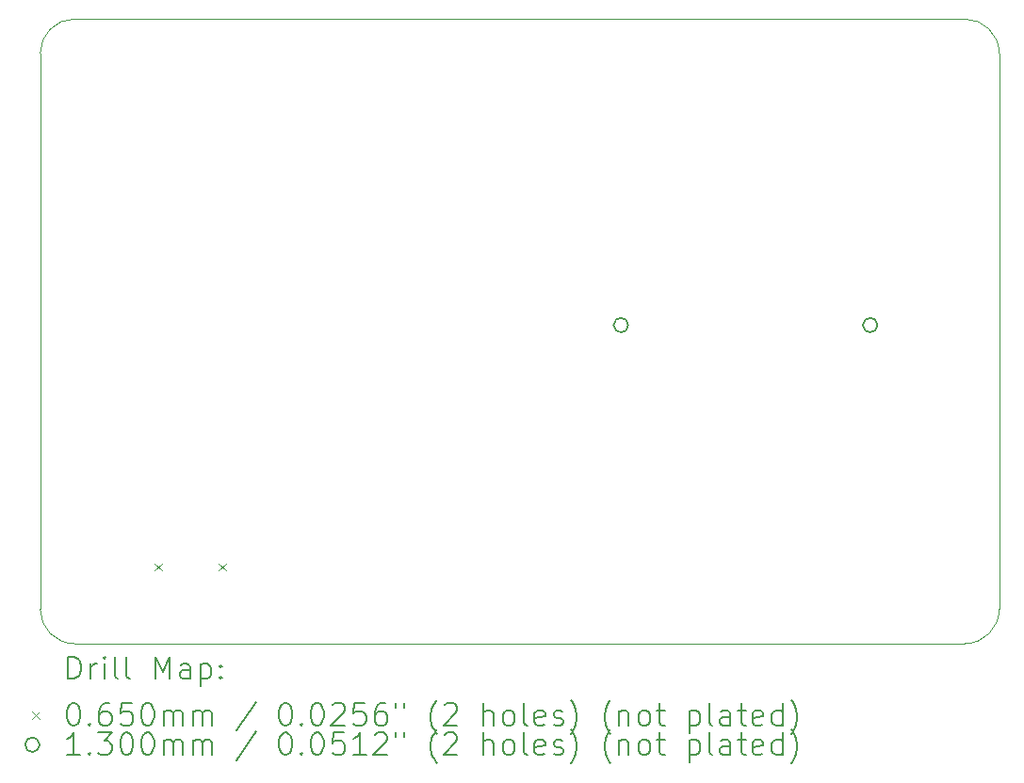
<source format=gbr>
%FSLAX45Y45*%
G04 Gerber Fmt 4.5, Leading zero omitted, Abs format (unit mm)*
G04 Created by KiCad (PCBNEW (6.0.6-0)) date 2023-04-01 16:22:32*
%MOMM*%
%LPD*%
G01*
G04 APERTURE LIST*
%TA.AperFunction,Profile*%
%ADD10C,0.100000*%
%TD*%
%ADD11C,0.200000*%
%ADD12C,0.065000*%
%ADD13C,0.130000*%
G04 APERTURE END LIST*
D10*
X24810000Y-5500000D02*
G75*
G03*
X24500000Y-5190000I-310000J0D01*
G01*
X24500000Y-10810000D02*
G75*
G03*
X24810000Y-10500000I0J310000D01*
G01*
X16500000Y-5190000D02*
G75*
G03*
X16190000Y-5500000I0J-310000D01*
G01*
X24810000Y-5500000D02*
X24810000Y-10500000D01*
X16190000Y-10500000D02*
X16190000Y-5500000D01*
X16500000Y-10810000D02*
X24500000Y-10810000D01*
X16500000Y-5190000D02*
X24500000Y-5190000D01*
X16190000Y-10500000D02*
G75*
G03*
X16500000Y-10810000I310000J0D01*
G01*
D11*
D12*
X17218500Y-10087500D02*
X17283500Y-10152500D01*
X17283500Y-10087500D02*
X17218500Y-10152500D01*
X17796500Y-10087500D02*
X17861500Y-10152500D01*
X17861500Y-10087500D02*
X17796500Y-10152500D01*
D13*
X21475000Y-7943750D02*
G75*
G03*
X21475000Y-7943750I-65000J0D01*
G01*
X23715000Y-7943750D02*
G75*
G03*
X23715000Y-7943750I-65000J0D01*
G01*
D11*
X16442619Y-11125476D02*
X16442619Y-10925476D01*
X16490238Y-10925476D01*
X16518809Y-10935000D01*
X16537857Y-10954048D01*
X16547381Y-10973095D01*
X16556905Y-11011190D01*
X16556905Y-11039762D01*
X16547381Y-11077857D01*
X16537857Y-11096905D01*
X16518809Y-11115952D01*
X16490238Y-11125476D01*
X16442619Y-11125476D01*
X16642619Y-11125476D02*
X16642619Y-10992143D01*
X16642619Y-11030238D02*
X16652143Y-11011190D01*
X16661667Y-11001667D01*
X16680714Y-10992143D01*
X16699762Y-10992143D01*
X16766428Y-11125476D02*
X16766428Y-10992143D01*
X16766428Y-10925476D02*
X16756905Y-10935000D01*
X16766428Y-10944524D01*
X16775952Y-10935000D01*
X16766428Y-10925476D01*
X16766428Y-10944524D01*
X16890238Y-11125476D02*
X16871190Y-11115952D01*
X16861667Y-11096905D01*
X16861667Y-10925476D01*
X16995000Y-11125476D02*
X16975952Y-11115952D01*
X16966429Y-11096905D01*
X16966429Y-10925476D01*
X17223571Y-11125476D02*
X17223571Y-10925476D01*
X17290238Y-11068333D01*
X17356905Y-10925476D01*
X17356905Y-11125476D01*
X17537857Y-11125476D02*
X17537857Y-11020714D01*
X17528333Y-11001667D01*
X17509286Y-10992143D01*
X17471190Y-10992143D01*
X17452143Y-11001667D01*
X17537857Y-11115952D02*
X17518810Y-11125476D01*
X17471190Y-11125476D01*
X17452143Y-11115952D01*
X17442619Y-11096905D01*
X17442619Y-11077857D01*
X17452143Y-11058810D01*
X17471190Y-11049286D01*
X17518810Y-11049286D01*
X17537857Y-11039762D01*
X17633095Y-10992143D02*
X17633095Y-11192143D01*
X17633095Y-11001667D02*
X17652143Y-10992143D01*
X17690238Y-10992143D01*
X17709286Y-11001667D01*
X17718810Y-11011190D01*
X17728333Y-11030238D01*
X17728333Y-11087381D01*
X17718810Y-11106429D01*
X17709286Y-11115952D01*
X17690238Y-11125476D01*
X17652143Y-11125476D01*
X17633095Y-11115952D01*
X17814048Y-11106429D02*
X17823571Y-11115952D01*
X17814048Y-11125476D01*
X17804524Y-11115952D01*
X17814048Y-11106429D01*
X17814048Y-11125476D01*
X17814048Y-11001667D02*
X17823571Y-11011190D01*
X17814048Y-11020714D01*
X17804524Y-11011190D01*
X17814048Y-11001667D01*
X17814048Y-11020714D01*
D12*
X16120000Y-11422500D02*
X16185000Y-11487500D01*
X16185000Y-11422500D02*
X16120000Y-11487500D01*
D11*
X16480714Y-11345476D02*
X16499762Y-11345476D01*
X16518809Y-11355000D01*
X16528333Y-11364524D01*
X16537857Y-11383571D01*
X16547381Y-11421667D01*
X16547381Y-11469286D01*
X16537857Y-11507381D01*
X16528333Y-11526428D01*
X16518809Y-11535952D01*
X16499762Y-11545476D01*
X16480714Y-11545476D01*
X16461667Y-11535952D01*
X16452143Y-11526428D01*
X16442619Y-11507381D01*
X16433095Y-11469286D01*
X16433095Y-11421667D01*
X16442619Y-11383571D01*
X16452143Y-11364524D01*
X16461667Y-11355000D01*
X16480714Y-11345476D01*
X16633095Y-11526428D02*
X16642619Y-11535952D01*
X16633095Y-11545476D01*
X16623571Y-11535952D01*
X16633095Y-11526428D01*
X16633095Y-11545476D01*
X16814048Y-11345476D02*
X16775952Y-11345476D01*
X16756905Y-11355000D01*
X16747381Y-11364524D01*
X16728333Y-11393095D01*
X16718809Y-11431190D01*
X16718809Y-11507381D01*
X16728333Y-11526428D01*
X16737857Y-11535952D01*
X16756905Y-11545476D01*
X16795000Y-11545476D01*
X16814048Y-11535952D01*
X16823571Y-11526428D01*
X16833095Y-11507381D01*
X16833095Y-11459762D01*
X16823571Y-11440714D01*
X16814048Y-11431190D01*
X16795000Y-11421667D01*
X16756905Y-11421667D01*
X16737857Y-11431190D01*
X16728333Y-11440714D01*
X16718809Y-11459762D01*
X17014048Y-11345476D02*
X16918810Y-11345476D01*
X16909286Y-11440714D01*
X16918810Y-11431190D01*
X16937857Y-11421667D01*
X16985476Y-11421667D01*
X17004524Y-11431190D01*
X17014048Y-11440714D01*
X17023571Y-11459762D01*
X17023571Y-11507381D01*
X17014048Y-11526428D01*
X17004524Y-11535952D01*
X16985476Y-11545476D01*
X16937857Y-11545476D01*
X16918810Y-11535952D01*
X16909286Y-11526428D01*
X17147381Y-11345476D02*
X17166429Y-11345476D01*
X17185476Y-11355000D01*
X17195000Y-11364524D01*
X17204524Y-11383571D01*
X17214048Y-11421667D01*
X17214048Y-11469286D01*
X17204524Y-11507381D01*
X17195000Y-11526428D01*
X17185476Y-11535952D01*
X17166429Y-11545476D01*
X17147381Y-11545476D01*
X17128333Y-11535952D01*
X17118810Y-11526428D01*
X17109286Y-11507381D01*
X17099762Y-11469286D01*
X17099762Y-11421667D01*
X17109286Y-11383571D01*
X17118810Y-11364524D01*
X17128333Y-11355000D01*
X17147381Y-11345476D01*
X17299762Y-11545476D02*
X17299762Y-11412143D01*
X17299762Y-11431190D02*
X17309286Y-11421667D01*
X17328333Y-11412143D01*
X17356905Y-11412143D01*
X17375952Y-11421667D01*
X17385476Y-11440714D01*
X17385476Y-11545476D01*
X17385476Y-11440714D02*
X17395000Y-11421667D01*
X17414048Y-11412143D01*
X17442619Y-11412143D01*
X17461667Y-11421667D01*
X17471190Y-11440714D01*
X17471190Y-11545476D01*
X17566429Y-11545476D02*
X17566429Y-11412143D01*
X17566429Y-11431190D02*
X17575952Y-11421667D01*
X17595000Y-11412143D01*
X17623571Y-11412143D01*
X17642619Y-11421667D01*
X17652143Y-11440714D01*
X17652143Y-11545476D01*
X17652143Y-11440714D02*
X17661667Y-11421667D01*
X17680714Y-11412143D01*
X17709286Y-11412143D01*
X17728333Y-11421667D01*
X17737857Y-11440714D01*
X17737857Y-11545476D01*
X18128333Y-11335952D02*
X17956905Y-11593095D01*
X18385476Y-11345476D02*
X18404524Y-11345476D01*
X18423571Y-11355000D01*
X18433095Y-11364524D01*
X18442619Y-11383571D01*
X18452143Y-11421667D01*
X18452143Y-11469286D01*
X18442619Y-11507381D01*
X18433095Y-11526428D01*
X18423571Y-11535952D01*
X18404524Y-11545476D01*
X18385476Y-11545476D01*
X18366429Y-11535952D01*
X18356905Y-11526428D01*
X18347381Y-11507381D01*
X18337857Y-11469286D01*
X18337857Y-11421667D01*
X18347381Y-11383571D01*
X18356905Y-11364524D01*
X18366429Y-11355000D01*
X18385476Y-11345476D01*
X18537857Y-11526428D02*
X18547381Y-11535952D01*
X18537857Y-11545476D01*
X18528333Y-11535952D01*
X18537857Y-11526428D01*
X18537857Y-11545476D01*
X18671190Y-11345476D02*
X18690238Y-11345476D01*
X18709286Y-11355000D01*
X18718810Y-11364524D01*
X18728333Y-11383571D01*
X18737857Y-11421667D01*
X18737857Y-11469286D01*
X18728333Y-11507381D01*
X18718810Y-11526428D01*
X18709286Y-11535952D01*
X18690238Y-11545476D01*
X18671190Y-11545476D01*
X18652143Y-11535952D01*
X18642619Y-11526428D01*
X18633095Y-11507381D01*
X18623571Y-11469286D01*
X18623571Y-11421667D01*
X18633095Y-11383571D01*
X18642619Y-11364524D01*
X18652143Y-11355000D01*
X18671190Y-11345476D01*
X18814048Y-11364524D02*
X18823571Y-11355000D01*
X18842619Y-11345476D01*
X18890238Y-11345476D01*
X18909286Y-11355000D01*
X18918810Y-11364524D01*
X18928333Y-11383571D01*
X18928333Y-11402619D01*
X18918810Y-11431190D01*
X18804524Y-11545476D01*
X18928333Y-11545476D01*
X19109286Y-11345476D02*
X19014048Y-11345476D01*
X19004524Y-11440714D01*
X19014048Y-11431190D01*
X19033095Y-11421667D01*
X19080714Y-11421667D01*
X19099762Y-11431190D01*
X19109286Y-11440714D01*
X19118810Y-11459762D01*
X19118810Y-11507381D01*
X19109286Y-11526428D01*
X19099762Y-11535952D01*
X19080714Y-11545476D01*
X19033095Y-11545476D01*
X19014048Y-11535952D01*
X19004524Y-11526428D01*
X19290238Y-11345476D02*
X19252143Y-11345476D01*
X19233095Y-11355000D01*
X19223571Y-11364524D01*
X19204524Y-11393095D01*
X19195000Y-11431190D01*
X19195000Y-11507381D01*
X19204524Y-11526428D01*
X19214048Y-11535952D01*
X19233095Y-11545476D01*
X19271190Y-11545476D01*
X19290238Y-11535952D01*
X19299762Y-11526428D01*
X19309286Y-11507381D01*
X19309286Y-11459762D01*
X19299762Y-11440714D01*
X19290238Y-11431190D01*
X19271190Y-11421667D01*
X19233095Y-11421667D01*
X19214048Y-11431190D01*
X19204524Y-11440714D01*
X19195000Y-11459762D01*
X19385476Y-11345476D02*
X19385476Y-11383571D01*
X19461667Y-11345476D02*
X19461667Y-11383571D01*
X19756905Y-11621667D02*
X19747381Y-11612143D01*
X19728333Y-11583571D01*
X19718810Y-11564524D01*
X19709286Y-11535952D01*
X19699762Y-11488333D01*
X19699762Y-11450238D01*
X19709286Y-11402619D01*
X19718810Y-11374048D01*
X19728333Y-11355000D01*
X19747381Y-11326428D01*
X19756905Y-11316905D01*
X19823571Y-11364524D02*
X19833095Y-11355000D01*
X19852143Y-11345476D01*
X19899762Y-11345476D01*
X19918810Y-11355000D01*
X19928333Y-11364524D01*
X19937857Y-11383571D01*
X19937857Y-11402619D01*
X19928333Y-11431190D01*
X19814048Y-11545476D01*
X19937857Y-11545476D01*
X20175952Y-11545476D02*
X20175952Y-11345476D01*
X20261667Y-11545476D02*
X20261667Y-11440714D01*
X20252143Y-11421667D01*
X20233095Y-11412143D01*
X20204524Y-11412143D01*
X20185476Y-11421667D01*
X20175952Y-11431190D01*
X20385476Y-11545476D02*
X20366429Y-11535952D01*
X20356905Y-11526428D01*
X20347381Y-11507381D01*
X20347381Y-11450238D01*
X20356905Y-11431190D01*
X20366429Y-11421667D01*
X20385476Y-11412143D01*
X20414048Y-11412143D01*
X20433095Y-11421667D01*
X20442619Y-11431190D01*
X20452143Y-11450238D01*
X20452143Y-11507381D01*
X20442619Y-11526428D01*
X20433095Y-11535952D01*
X20414048Y-11545476D01*
X20385476Y-11545476D01*
X20566429Y-11545476D02*
X20547381Y-11535952D01*
X20537857Y-11516905D01*
X20537857Y-11345476D01*
X20718810Y-11535952D02*
X20699762Y-11545476D01*
X20661667Y-11545476D01*
X20642619Y-11535952D01*
X20633095Y-11516905D01*
X20633095Y-11440714D01*
X20642619Y-11421667D01*
X20661667Y-11412143D01*
X20699762Y-11412143D01*
X20718810Y-11421667D01*
X20728333Y-11440714D01*
X20728333Y-11459762D01*
X20633095Y-11478809D01*
X20804524Y-11535952D02*
X20823571Y-11545476D01*
X20861667Y-11545476D01*
X20880714Y-11535952D01*
X20890238Y-11516905D01*
X20890238Y-11507381D01*
X20880714Y-11488333D01*
X20861667Y-11478809D01*
X20833095Y-11478809D01*
X20814048Y-11469286D01*
X20804524Y-11450238D01*
X20804524Y-11440714D01*
X20814048Y-11421667D01*
X20833095Y-11412143D01*
X20861667Y-11412143D01*
X20880714Y-11421667D01*
X20956905Y-11621667D02*
X20966429Y-11612143D01*
X20985476Y-11583571D01*
X20995000Y-11564524D01*
X21004524Y-11535952D01*
X21014048Y-11488333D01*
X21014048Y-11450238D01*
X21004524Y-11402619D01*
X20995000Y-11374048D01*
X20985476Y-11355000D01*
X20966429Y-11326428D01*
X20956905Y-11316905D01*
X21318810Y-11621667D02*
X21309286Y-11612143D01*
X21290238Y-11583571D01*
X21280714Y-11564524D01*
X21271190Y-11535952D01*
X21261667Y-11488333D01*
X21261667Y-11450238D01*
X21271190Y-11402619D01*
X21280714Y-11374048D01*
X21290238Y-11355000D01*
X21309286Y-11326428D01*
X21318810Y-11316905D01*
X21395000Y-11412143D02*
X21395000Y-11545476D01*
X21395000Y-11431190D02*
X21404524Y-11421667D01*
X21423571Y-11412143D01*
X21452143Y-11412143D01*
X21471190Y-11421667D01*
X21480714Y-11440714D01*
X21480714Y-11545476D01*
X21604524Y-11545476D02*
X21585476Y-11535952D01*
X21575952Y-11526428D01*
X21566429Y-11507381D01*
X21566429Y-11450238D01*
X21575952Y-11431190D01*
X21585476Y-11421667D01*
X21604524Y-11412143D01*
X21633095Y-11412143D01*
X21652143Y-11421667D01*
X21661667Y-11431190D01*
X21671190Y-11450238D01*
X21671190Y-11507381D01*
X21661667Y-11526428D01*
X21652143Y-11535952D01*
X21633095Y-11545476D01*
X21604524Y-11545476D01*
X21728333Y-11412143D02*
X21804524Y-11412143D01*
X21756905Y-11345476D02*
X21756905Y-11516905D01*
X21766429Y-11535952D01*
X21785476Y-11545476D01*
X21804524Y-11545476D01*
X22023571Y-11412143D02*
X22023571Y-11612143D01*
X22023571Y-11421667D02*
X22042619Y-11412143D01*
X22080714Y-11412143D01*
X22099762Y-11421667D01*
X22109286Y-11431190D01*
X22118810Y-11450238D01*
X22118810Y-11507381D01*
X22109286Y-11526428D01*
X22099762Y-11535952D01*
X22080714Y-11545476D01*
X22042619Y-11545476D01*
X22023571Y-11535952D01*
X22233095Y-11545476D02*
X22214048Y-11535952D01*
X22204524Y-11516905D01*
X22204524Y-11345476D01*
X22395000Y-11545476D02*
X22395000Y-11440714D01*
X22385476Y-11421667D01*
X22366429Y-11412143D01*
X22328333Y-11412143D01*
X22309286Y-11421667D01*
X22395000Y-11535952D02*
X22375952Y-11545476D01*
X22328333Y-11545476D01*
X22309286Y-11535952D01*
X22299762Y-11516905D01*
X22299762Y-11497857D01*
X22309286Y-11478809D01*
X22328333Y-11469286D01*
X22375952Y-11469286D01*
X22395000Y-11459762D01*
X22461667Y-11412143D02*
X22537857Y-11412143D01*
X22490238Y-11345476D02*
X22490238Y-11516905D01*
X22499762Y-11535952D01*
X22518809Y-11545476D01*
X22537857Y-11545476D01*
X22680714Y-11535952D02*
X22661667Y-11545476D01*
X22623571Y-11545476D01*
X22604524Y-11535952D01*
X22595000Y-11516905D01*
X22595000Y-11440714D01*
X22604524Y-11421667D01*
X22623571Y-11412143D01*
X22661667Y-11412143D01*
X22680714Y-11421667D01*
X22690238Y-11440714D01*
X22690238Y-11459762D01*
X22595000Y-11478809D01*
X22861667Y-11545476D02*
X22861667Y-11345476D01*
X22861667Y-11535952D02*
X22842619Y-11545476D01*
X22804524Y-11545476D01*
X22785476Y-11535952D01*
X22775952Y-11526428D01*
X22766428Y-11507381D01*
X22766428Y-11450238D01*
X22775952Y-11431190D01*
X22785476Y-11421667D01*
X22804524Y-11412143D01*
X22842619Y-11412143D01*
X22861667Y-11421667D01*
X22937857Y-11621667D02*
X22947381Y-11612143D01*
X22966428Y-11583571D01*
X22975952Y-11564524D01*
X22985476Y-11535952D01*
X22995000Y-11488333D01*
X22995000Y-11450238D01*
X22985476Y-11402619D01*
X22975952Y-11374048D01*
X22966428Y-11355000D01*
X22947381Y-11326428D01*
X22937857Y-11316905D01*
D13*
X16185000Y-11719000D02*
G75*
G03*
X16185000Y-11719000I-65000J0D01*
G01*
D11*
X16547381Y-11809476D02*
X16433095Y-11809476D01*
X16490238Y-11809476D02*
X16490238Y-11609476D01*
X16471190Y-11638048D01*
X16452143Y-11657095D01*
X16433095Y-11666619D01*
X16633095Y-11790428D02*
X16642619Y-11799952D01*
X16633095Y-11809476D01*
X16623571Y-11799952D01*
X16633095Y-11790428D01*
X16633095Y-11809476D01*
X16709286Y-11609476D02*
X16833095Y-11609476D01*
X16766428Y-11685667D01*
X16795000Y-11685667D01*
X16814048Y-11695190D01*
X16823571Y-11704714D01*
X16833095Y-11723762D01*
X16833095Y-11771381D01*
X16823571Y-11790428D01*
X16814048Y-11799952D01*
X16795000Y-11809476D01*
X16737857Y-11809476D01*
X16718809Y-11799952D01*
X16709286Y-11790428D01*
X16956905Y-11609476D02*
X16975952Y-11609476D01*
X16995000Y-11619000D01*
X17004524Y-11628524D01*
X17014048Y-11647571D01*
X17023571Y-11685667D01*
X17023571Y-11733286D01*
X17014048Y-11771381D01*
X17004524Y-11790428D01*
X16995000Y-11799952D01*
X16975952Y-11809476D01*
X16956905Y-11809476D01*
X16937857Y-11799952D01*
X16928333Y-11790428D01*
X16918810Y-11771381D01*
X16909286Y-11733286D01*
X16909286Y-11685667D01*
X16918810Y-11647571D01*
X16928333Y-11628524D01*
X16937857Y-11619000D01*
X16956905Y-11609476D01*
X17147381Y-11609476D02*
X17166429Y-11609476D01*
X17185476Y-11619000D01*
X17195000Y-11628524D01*
X17204524Y-11647571D01*
X17214048Y-11685667D01*
X17214048Y-11733286D01*
X17204524Y-11771381D01*
X17195000Y-11790428D01*
X17185476Y-11799952D01*
X17166429Y-11809476D01*
X17147381Y-11809476D01*
X17128333Y-11799952D01*
X17118810Y-11790428D01*
X17109286Y-11771381D01*
X17099762Y-11733286D01*
X17099762Y-11685667D01*
X17109286Y-11647571D01*
X17118810Y-11628524D01*
X17128333Y-11619000D01*
X17147381Y-11609476D01*
X17299762Y-11809476D02*
X17299762Y-11676143D01*
X17299762Y-11695190D02*
X17309286Y-11685667D01*
X17328333Y-11676143D01*
X17356905Y-11676143D01*
X17375952Y-11685667D01*
X17385476Y-11704714D01*
X17385476Y-11809476D01*
X17385476Y-11704714D02*
X17395000Y-11685667D01*
X17414048Y-11676143D01*
X17442619Y-11676143D01*
X17461667Y-11685667D01*
X17471190Y-11704714D01*
X17471190Y-11809476D01*
X17566429Y-11809476D02*
X17566429Y-11676143D01*
X17566429Y-11695190D02*
X17575952Y-11685667D01*
X17595000Y-11676143D01*
X17623571Y-11676143D01*
X17642619Y-11685667D01*
X17652143Y-11704714D01*
X17652143Y-11809476D01*
X17652143Y-11704714D02*
X17661667Y-11685667D01*
X17680714Y-11676143D01*
X17709286Y-11676143D01*
X17728333Y-11685667D01*
X17737857Y-11704714D01*
X17737857Y-11809476D01*
X18128333Y-11599952D02*
X17956905Y-11857095D01*
X18385476Y-11609476D02*
X18404524Y-11609476D01*
X18423571Y-11619000D01*
X18433095Y-11628524D01*
X18442619Y-11647571D01*
X18452143Y-11685667D01*
X18452143Y-11733286D01*
X18442619Y-11771381D01*
X18433095Y-11790428D01*
X18423571Y-11799952D01*
X18404524Y-11809476D01*
X18385476Y-11809476D01*
X18366429Y-11799952D01*
X18356905Y-11790428D01*
X18347381Y-11771381D01*
X18337857Y-11733286D01*
X18337857Y-11685667D01*
X18347381Y-11647571D01*
X18356905Y-11628524D01*
X18366429Y-11619000D01*
X18385476Y-11609476D01*
X18537857Y-11790428D02*
X18547381Y-11799952D01*
X18537857Y-11809476D01*
X18528333Y-11799952D01*
X18537857Y-11790428D01*
X18537857Y-11809476D01*
X18671190Y-11609476D02*
X18690238Y-11609476D01*
X18709286Y-11619000D01*
X18718810Y-11628524D01*
X18728333Y-11647571D01*
X18737857Y-11685667D01*
X18737857Y-11733286D01*
X18728333Y-11771381D01*
X18718810Y-11790428D01*
X18709286Y-11799952D01*
X18690238Y-11809476D01*
X18671190Y-11809476D01*
X18652143Y-11799952D01*
X18642619Y-11790428D01*
X18633095Y-11771381D01*
X18623571Y-11733286D01*
X18623571Y-11685667D01*
X18633095Y-11647571D01*
X18642619Y-11628524D01*
X18652143Y-11619000D01*
X18671190Y-11609476D01*
X18918810Y-11609476D02*
X18823571Y-11609476D01*
X18814048Y-11704714D01*
X18823571Y-11695190D01*
X18842619Y-11685667D01*
X18890238Y-11685667D01*
X18909286Y-11695190D01*
X18918810Y-11704714D01*
X18928333Y-11723762D01*
X18928333Y-11771381D01*
X18918810Y-11790428D01*
X18909286Y-11799952D01*
X18890238Y-11809476D01*
X18842619Y-11809476D01*
X18823571Y-11799952D01*
X18814048Y-11790428D01*
X19118810Y-11809476D02*
X19004524Y-11809476D01*
X19061667Y-11809476D02*
X19061667Y-11609476D01*
X19042619Y-11638048D01*
X19023571Y-11657095D01*
X19004524Y-11666619D01*
X19195000Y-11628524D02*
X19204524Y-11619000D01*
X19223571Y-11609476D01*
X19271190Y-11609476D01*
X19290238Y-11619000D01*
X19299762Y-11628524D01*
X19309286Y-11647571D01*
X19309286Y-11666619D01*
X19299762Y-11695190D01*
X19185476Y-11809476D01*
X19309286Y-11809476D01*
X19385476Y-11609476D02*
X19385476Y-11647571D01*
X19461667Y-11609476D02*
X19461667Y-11647571D01*
X19756905Y-11885667D02*
X19747381Y-11876143D01*
X19728333Y-11847571D01*
X19718810Y-11828524D01*
X19709286Y-11799952D01*
X19699762Y-11752333D01*
X19699762Y-11714238D01*
X19709286Y-11666619D01*
X19718810Y-11638048D01*
X19728333Y-11619000D01*
X19747381Y-11590428D01*
X19756905Y-11580905D01*
X19823571Y-11628524D02*
X19833095Y-11619000D01*
X19852143Y-11609476D01*
X19899762Y-11609476D01*
X19918810Y-11619000D01*
X19928333Y-11628524D01*
X19937857Y-11647571D01*
X19937857Y-11666619D01*
X19928333Y-11695190D01*
X19814048Y-11809476D01*
X19937857Y-11809476D01*
X20175952Y-11809476D02*
X20175952Y-11609476D01*
X20261667Y-11809476D02*
X20261667Y-11704714D01*
X20252143Y-11685667D01*
X20233095Y-11676143D01*
X20204524Y-11676143D01*
X20185476Y-11685667D01*
X20175952Y-11695190D01*
X20385476Y-11809476D02*
X20366429Y-11799952D01*
X20356905Y-11790428D01*
X20347381Y-11771381D01*
X20347381Y-11714238D01*
X20356905Y-11695190D01*
X20366429Y-11685667D01*
X20385476Y-11676143D01*
X20414048Y-11676143D01*
X20433095Y-11685667D01*
X20442619Y-11695190D01*
X20452143Y-11714238D01*
X20452143Y-11771381D01*
X20442619Y-11790428D01*
X20433095Y-11799952D01*
X20414048Y-11809476D01*
X20385476Y-11809476D01*
X20566429Y-11809476D02*
X20547381Y-11799952D01*
X20537857Y-11780905D01*
X20537857Y-11609476D01*
X20718810Y-11799952D02*
X20699762Y-11809476D01*
X20661667Y-11809476D01*
X20642619Y-11799952D01*
X20633095Y-11780905D01*
X20633095Y-11704714D01*
X20642619Y-11685667D01*
X20661667Y-11676143D01*
X20699762Y-11676143D01*
X20718810Y-11685667D01*
X20728333Y-11704714D01*
X20728333Y-11723762D01*
X20633095Y-11742809D01*
X20804524Y-11799952D02*
X20823571Y-11809476D01*
X20861667Y-11809476D01*
X20880714Y-11799952D01*
X20890238Y-11780905D01*
X20890238Y-11771381D01*
X20880714Y-11752333D01*
X20861667Y-11742809D01*
X20833095Y-11742809D01*
X20814048Y-11733286D01*
X20804524Y-11714238D01*
X20804524Y-11704714D01*
X20814048Y-11685667D01*
X20833095Y-11676143D01*
X20861667Y-11676143D01*
X20880714Y-11685667D01*
X20956905Y-11885667D02*
X20966429Y-11876143D01*
X20985476Y-11847571D01*
X20995000Y-11828524D01*
X21004524Y-11799952D01*
X21014048Y-11752333D01*
X21014048Y-11714238D01*
X21004524Y-11666619D01*
X20995000Y-11638048D01*
X20985476Y-11619000D01*
X20966429Y-11590428D01*
X20956905Y-11580905D01*
X21318810Y-11885667D02*
X21309286Y-11876143D01*
X21290238Y-11847571D01*
X21280714Y-11828524D01*
X21271190Y-11799952D01*
X21261667Y-11752333D01*
X21261667Y-11714238D01*
X21271190Y-11666619D01*
X21280714Y-11638048D01*
X21290238Y-11619000D01*
X21309286Y-11590428D01*
X21318810Y-11580905D01*
X21395000Y-11676143D02*
X21395000Y-11809476D01*
X21395000Y-11695190D02*
X21404524Y-11685667D01*
X21423571Y-11676143D01*
X21452143Y-11676143D01*
X21471190Y-11685667D01*
X21480714Y-11704714D01*
X21480714Y-11809476D01*
X21604524Y-11809476D02*
X21585476Y-11799952D01*
X21575952Y-11790428D01*
X21566429Y-11771381D01*
X21566429Y-11714238D01*
X21575952Y-11695190D01*
X21585476Y-11685667D01*
X21604524Y-11676143D01*
X21633095Y-11676143D01*
X21652143Y-11685667D01*
X21661667Y-11695190D01*
X21671190Y-11714238D01*
X21671190Y-11771381D01*
X21661667Y-11790428D01*
X21652143Y-11799952D01*
X21633095Y-11809476D01*
X21604524Y-11809476D01*
X21728333Y-11676143D02*
X21804524Y-11676143D01*
X21756905Y-11609476D02*
X21756905Y-11780905D01*
X21766429Y-11799952D01*
X21785476Y-11809476D01*
X21804524Y-11809476D01*
X22023571Y-11676143D02*
X22023571Y-11876143D01*
X22023571Y-11685667D02*
X22042619Y-11676143D01*
X22080714Y-11676143D01*
X22099762Y-11685667D01*
X22109286Y-11695190D01*
X22118810Y-11714238D01*
X22118810Y-11771381D01*
X22109286Y-11790428D01*
X22099762Y-11799952D01*
X22080714Y-11809476D01*
X22042619Y-11809476D01*
X22023571Y-11799952D01*
X22233095Y-11809476D02*
X22214048Y-11799952D01*
X22204524Y-11780905D01*
X22204524Y-11609476D01*
X22395000Y-11809476D02*
X22395000Y-11704714D01*
X22385476Y-11685667D01*
X22366429Y-11676143D01*
X22328333Y-11676143D01*
X22309286Y-11685667D01*
X22395000Y-11799952D02*
X22375952Y-11809476D01*
X22328333Y-11809476D01*
X22309286Y-11799952D01*
X22299762Y-11780905D01*
X22299762Y-11761857D01*
X22309286Y-11742809D01*
X22328333Y-11733286D01*
X22375952Y-11733286D01*
X22395000Y-11723762D01*
X22461667Y-11676143D02*
X22537857Y-11676143D01*
X22490238Y-11609476D02*
X22490238Y-11780905D01*
X22499762Y-11799952D01*
X22518809Y-11809476D01*
X22537857Y-11809476D01*
X22680714Y-11799952D02*
X22661667Y-11809476D01*
X22623571Y-11809476D01*
X22604524Y-11799952D01*
X22595000Y-11780905D01*
X22595000Y-11704714D01*
X22604524Y-11685667D01*
X22623571Y-11676143D01*
X22661667Y-11676143D01*
X22680714Y-11685667D01*
X22690238Y-11704714D01*
X22690238Y-11723762D01*
X22595000Y-11742809D01*
X22861667Y-11809476D02*
X22861667Y-11609476D01*
X22861667Y-11799952D02*
X22842619Y-11809476D01*
X22804524Y-11809476D01*
X22785476Y-11799952D01*
X22775952Y-11790428D01*
X22766428Y-11771381D01*
X22766428Y-11714238D01*
X22775952Y-11695190D01*
X22785476Y-11685667D01*
X22804524Y-11676143D01*
X22842619Y-11676143D01*
X22861667Y-11685667D01*
X22937857Y-11885667D02*
X22947381Y-11876143D01*
X22966428Y-11847571D01*
X22975952Y-11828524D01*
X22985476Y-11799952D01*
X22995000Y-11752333D01*
X22995000Y-11714238D01*
X22985476Y-11666619D01*
X22975952Y-11638048D01*
X22966428Y-11619000D01*
X22947381Y-11590428D01*
X22937857Y-11580905D01*
M02*

</source>
